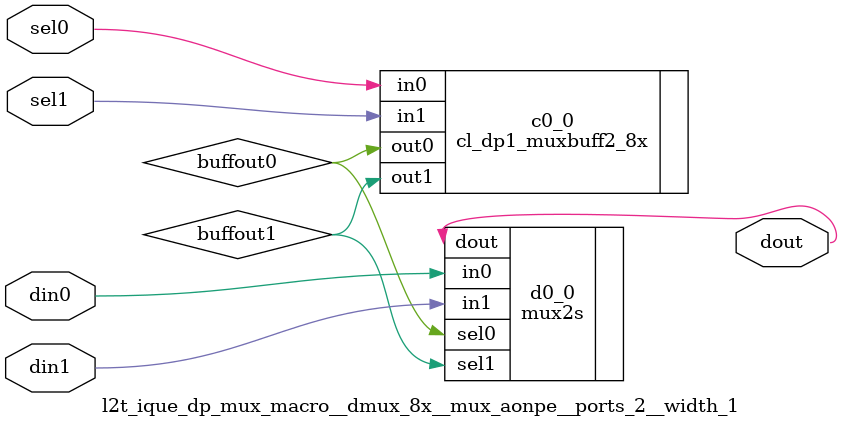
<source format=v>
`define ADDR_MAP_HI      39
`define ADDR_MAP_LO      32
`define IO_ADDR_BIT      39

`define DRAM_DATA_LO     8'h00
`define DRAM_DATA_HI     8'h7f

// IOP space
`define JBUS1            8'h80
`define HASH_TBL_NRAM_CSR 8'h81
`define RESERVED_1       8'h82
`define ENET_MAC_CSR     8'h83
`define ENET_ING_CSR     8'h84
`define ENET_EGR_CMD_CSR 8'h85
`define ENET_EGR_DP_CSR  8'h86
`define RESERVED_2_LO    8'h87
`define RESERVED_2_HI    8'h92
`define BSC_CSR          8'h93
`define RESERVED_3       8'h94
`define RAND_GEN_CSR     8'h95
`define CLOCK_UNIT_CSR   8'h96
`define DRAM_CSR         8'h97
`define IOB_MAN_CSR      8'h98
`define TAP_CSR          8'h99
`define RESERVED_4_L0    8'h9a
`define RESERVED_4_HI    8'h9d
`define CPU_ASI          8'h9e
`define IOB_INT_CSR      8'h9f

// L2 space
`define L2C_CSR_LO       8'ha0
`define L2C_CSR_HI       8'hbf

// More IOP space
`define JBUS2_LO         8'hc0
`define JBUS2_HI         8'hfe
`define SPI_CSR          8'hff


//Cache Crossbar Width and Field Defines
//======================================
`define	PCX_WIDTH	130  //PCX payload packet width , BS and SR 11/12/03 N2 Xbar Packet format change
`define	PCX_WIDTH_LESS1	129  //PCX payload packet width , BS and SR 11/12/03 N2 Xbar Packet format change
`define	CPX_WIDTH	146  //CPX payload packet width, BS and SR 11/12/03 N2 Xbar Packet format change
`define	CPX_WIDTH_LESS1	145  //CPX payload packet width, BS and SR 11/12/03 N2 Xbar Packet format change
`define	CPX_WIDTH11	134 
`define	CPX_WIDTH11c	134c
`define	CPX_WIDTHc	146c  //CPX payload packet width , BS and SR 11/12/03 N2 Xbar Packet format change

`define PCX_VLD         123  //PCX packet valid 
`define PCX_RQ_HI       122  //PCX request type field 
`define PCX_RQ_LO       118
`define PCX_NC          117  //PCX non-cacheable bit
`define PCX_R           117  //PCX read/!write bit 
`define PCX_CP_HI       116  //PCX cpu_id field
`define PCX_CP_LO       114
`define PCX_TH_HI       113  //PCX Thread field
`define PCX_TH_LO       112
`define PCX_BF_HI       111  //PCX buffer id field
`define PCX_INVALL      111
`define PCX_BF_LO       109
`define PCX_WY_HI       108  //PCX replaced L1 way field
`define PCX_WY_LO       107
`define PCX_P_HI        108  //PCX packet ID, 1st STQ - 10, 2nd - 01
`define PCX_P_LO        107
`define PCX_SZ_HI       106  //PCX load/store size field
`define PCX_SZ_LO       104
`define PCX_ERR_HI      106  //PCX error field
`define PCX_ERR_LO      104
`define PCX_AD_HI       103  //PCX address field
`define PCX_AD_LO        64
`define PCX_DA_HI        63  //PCX Store data
`define PCX_DA_LO         0  

`define PCX_SZ_1B    3'b000  // encoding for 1B access
`define PCX_SZ_2B    3'b001  // encoding for 2B access
`define PCX_SZ_4B    3'b010  // encoding for 4B access
`define PCX_SZ_8B    3'b011  // encoding for 8B access
`define PCX_SZ_16B   3'b100  // encoding for 16B access

`define CPX_VLD         145  //CPX payload packet valid

`define CPX_RQ_HI       144  //CPX Request type
`define CPX_RQ_LO       141
`define CPX_L2MISS      140
`define CPX_ERR_HI      140  //CPX error field
`define CPX_ERR_LO      138
`define CPX_NC          137  //CPX non-cacheable
`define CPX_R           137  //CPX read/!write bit
`define CPX_TH_HI       136  //CPX thread ID field 
`define CPX_TH_LO       134

//bits 133:128 are shared by different fields
//for different packet types.

`define CPX_IN_HI       133  //CPX Interrupt source 
`define CPX_IN_LO       128  

`define CPX_WYVLD       133  //CPX replaced way valid
`define CPX_WY_HI       132  //CPX replaced I$/D$ way
`define CPX_WY_LO       131
`define CPX_BF_HI       130  //CPX buffer ID field - 3 bits
`define CPX_BF_LO       128

`define CPX_SI_HI       132  //L1 set ID - PA[10:6]- 5 bits
`define CPX_SI_LO       128  //used for invalidates

`define CPX_P_HI        131  //CPX packet ID, 1st STQ - 10, 2nd - 01 
`define CPX_P_LO        130

`define CPX_ASI         130  //CPX forward request to ASI
`define CPX_IF4B        130
`define CPX_IINV        124
`define CPX_DINV        123
`define CPX_INVPA5      122
`define CPX_INVPA4      121
`define CPX_CPUID_HI    120
`define CPX_CPUID_LO    118
`define CPX_INV_PA_HI   116
`define CPX_INV_PA_LO   112
`define CPX_INV_IDX_HI   117
`define CPX_INV_IDX_LO   112

`define CPX_DA_HI       127  //CPX data payload
`define CPX_DA_LO         0

`define	LOAD_RQ		5'b00000
`define MMU_RQ          5'b01000 // BS and SR 11/12/03 N2 Xbar Packet format change
`define	IMISS_RQ	5'b10000
`define	STORE_RQ	5'b00001
`define	CAS1_RQ		5'b00010
`define	CAS2_RQ		5'b00011
`define	SWAP_RQ		5'b00111 
`define	STRLOAD_RQ	5'b00100
`define	STRST_RQ	5'b00101
`define STQ_RQ          5'b00111
`define INT_RQ          5'b01001
`define FWD_RQ          5'b01101
`define FWD_RPY         5'b01110
`define RSVD_RQ         5'b11111

`define LOAD_RET        4'b0000
`define INV_RET         4'b0011
`define ST_ACK          4'b0100
`define AT_ACK          4'b0011
`define INT_RET         4'b0111
`define TEST_RET        4'b0101
`define FP_RET          4'b1000
`define IFILL_RET       4'b0001
`define	EVICT_REQ	4'b0011
//`define INVAL_ACK       4'b1000
`define INVAL_ACK       4'b0100
`define	ERR_RET		4'b1100
`define STRLOAD_RET     4'b0010
`define STRST_ACK       4'b0110
`define FWD_RQ_RET      4'b1010
`define FWD_RPY_RET     4'b1011
`define RSVD_RET        4'b1111

//End cache crossbar defines


// Number of COS supported by EECU 
`define EECU_COS_NUM  	  2


// 
// BSC bus sizes
// =============
//

// General
`define BSC_ADDRESS      40
`define MAX_XFER_LEN     7'b0
`define XFER_LEN_WIDTH   6

// CTags
`define BSC_CTAG_SZ      12
`define EICU_CTAG_PRE    5'b11101
`define EICU_CTAG_REM    7
`define EIPU_CTAG_PRE    3'b011
`define EIPU_CTAG_REM    9
`define EECU_CTAG_PRE    8'b11010000
`define EECU_CTAG_REM    4
`define EEPU_CTAG_PRE    6'b010000
`define EEPU_CTAG_REM    6
`define L2C_CTAG_PRE     2'b00
`define L2C_CTAG_REM     10
`define JBI_CTAG_PRE     2'b10
`define JBI_CTAG_REM     10
// reinstated temporarily
`define PCI_CTAG_PRE     7'b1101100
`define PCI_CTAG_REM     5


// CoS
`define EICU_COS         1'b0
`define EIPU_COS         1'b1
`define EECU_COS         1'b0
`define EEPU_COS         1'b1
`define PCI_COS          1'b0

// L2$ Bank
`define BSC_L2_BNK_HI    8
`define BSC_L2_BNK_LO    6

// L2$ Req
`define BSC_L2_REQ_SZ   62
`define BSC_L2_REQ	`BSC_L2_REQ_SZ	// used by rams in L2 code
`define BSC_L2_BUS      64
`define BSC_L2_CTAG_HI  61
`define BSC_L2_CTAG_LO  50
`define BSC_L2_ADD_HI   49
`define BSC_L2_ADD_LO   10
`define BSC_L2_LEN_HI    9
`define BSC_L2_LEN_LO    3
`define BSC_L2_ALLOC     2
`define BSC_L2_COS       1
`define BSC_L2_READ      0   

// L2$ Ack
`define L2_BSC_ACK_SZ   16
`define L2_BSC_BUS      64
`define L2_BSC_CBA_HI   14    // CBA - Critical Byte Address
`define L2_BSC_CBA_LO   13
`define L2_BSC_READ     12
`define L2_BSC_CTAG_HI  11
`define L2_BSC_CTAG_LO   0

// Enet Egress Command Unit
`define EECU_REQ_BUS    44
`define EECU_REQ_SZ     44
`define EECU_R_QID_HI   43
`define EECU_R_QID_LO   40
`define EECU_R_ADD_HI   39
`define EECU_R_ADD_LO    0

`define EECU_ACK_BUS    64
`define EECU_ACK_SZ      5
`define EECU_A_NACK      4
`define EECU_A_QID_HI    3
`define EECU_A_QID_LO    0


// Enet Egress Packet Unit
`define EEPU_REQ_BUS    55
`define EEPU_REQ_SZ     55
`define EEPU_R_TLEN_HI  54
`define EEPU_R_TLEN_LO  48
`define EEPU_R_SOF      47
`define EEPU_R_EOF      46
`define EEPU_R_PORT_HI  45
`define EEPU_R_PORT_LO  44
`define EEPU_R_QID_HI   43
`define EEPU_R_QID_LO   40
`define EEPU_R_ADD_HI   39
`define EEPU_R_ADD_LO    0

// This is cleaved in between Egress Datapath Ack's
`define EEPU_ACK_BUS     6
`define EEPU_ACK_SZ      6
`define EEPU_A_EOF       5
`define EEPU_A_NACK      4
`define EEPU_A_QID_HI    3
`define EEPU_A_QID_LO    0


// Enet Egress Datapath
`define EEDP_ACK_BUS   128
`define EEDP_ACK_SZ     28
`define EEDP_A_NACK     27
`define EEDP_A_QID_HI   26
`define EEDP_A_QID_LO   21
`define EEDP_A_SOF      20
`define EEDP_A_EOF      19
`define EEDP_A_LEN_HI   18
`define EEDP_A_LEN_LO   12
`define EEDP_A_TAG_HI   11
`define EEDP_A_TAG_LO    0
`define EEDP_A_PORT_HI   5
`define EEDP_A_PORT_LO   4
`define EEDP_A_PORT_WIDTH 2


// In-Order / Ordered Queue: EEPU
// Tag is: TLEN, SOF, EOF, QID = 15
`define EEPU_TAG_ARY     (7+1+1+6)
`define EEPU_ENTRIES     16
`define EEPU_E_IDX        4
`define EEPU_PORTS        4
`define EEPU_P_IDX        2

// Nack + Tag Info + CTag
`define IOQ_TAG_ARY      (1+`EEPU_TAG_ARY+12)
`define EEPU_TAG_LOC     (`EEPU_P_IDX+`EEPU_E_IDX)


// ENET Ingress Queue Management Req
`define EICU_REQ_BUS     64 
`define EICU_REQ_SZ      62
`define EICU_R_CTAG_HI   61
`define EICU_R_CTAG_LO   50
`define EICU_R_ADD_HI    49
`define EICU_R_ADD_LO    10
`define EICU_R_LEN_HI     9
`define EICU_R_LEN_LO     3
`define EICU_R_COS        1
`define EICU_R_READ       0   


// ENET Ingress Queue Management Ack
`define EICU_ACK_BUS     64
`define EICU_ACK_SZ      14
`define EICU_A_NACK      13
`define EICU_A_READ      12
`define EICU_A_CTAG_HI   11
`define EICU_A_CTAG_LO    0


// Enet Ingress Packet Unit
`define EIPU_REQ_BUS    128 
`define EIPU_REQ_SZ      59
`define EIPU_R_CTAG_HI   58
`define EIPU_R_CTAG_LO   50
`define EIPU_R_ADD_HI    49
`define EIPU_R_ADD_LO    10
`define EIPU_R_LEN_HI     9
`define EIPU_R_LEN_LO     3
`define EIPU_R_COS        1
`define EIPU_R_READ       0   


// ENET Ingress Packet Unit Ack
`define EIPU_ACK_BUS      10
`define EIPU_ACK_SZ       10
`define EIPU_A_NACK       9
`define EIPU_A_CTAG_HI    8
`define EIPU_A_CTAG_LO    0


// In-Order / Ordered Queue: PCI
// Tag is: CTAG
`define PCI_TAG_ARY     12
`define PCI_ENTRIES     16
`define PCI_E_IDX        4
`define PCI_PORTS        2

// PCI-X Request
`define PCI_REQ_BUS      64
`define PCI_REQ_SZ       62
`define PCI_R_CTAG_HI    61
`define PCI_R_CTAG_LO    50
`define PCI_R_ADD_HI     49
`define PCI_R_ADD_LO     10
`define PCI_R_LEN_HI      9
`define PCI_R_LEN_LO      3
`define PCI_R_COS         1
`define PCI_R_READ        0

// PCI_X Acknowledge
`define PCI_ACK_BUS      64
`define PCI_ACK_SZ       14
`define PCI_A_NACK       13
`define PCI_A_READ       12 
`define PCI_A_CTAG_HI    11
`define PCI_A_CTAG_LO     0


`define BSC_MAX_REQ_SZ   62


//
// BSC array sizes
//================
//
`define BSC_REQ_ARY_INDEX        6
`define BSC_REQ_ARY_DEPTH       64
`define BSC_REQ_ARY_WIDTH       62
`define BSC_REQ_NXT_WIDTH       12
`define BSC_ACK_ARY_INDEX        6
`define BSC_ACK_ARY_DEPTH       64
`define BSC_ACK_ARY_WIDTH       14
`define BSC_ACK_NXT_WIDTH       12
`define BSC_PAY_ARY_INDEX        6
`define BSC_PAY_ARY_DEPTH       64
`define BSC_PAY_ARY_WIDTH      256

// ECC syndrome bits per memory element
`define BSC_PAY_ECC             10
`define BSC_PAY_MEM_WIDTH       (`BSC_PAY_ECC+`BSC_PAY_ARY_WIDTH)


//
// BSC Port Definitions
// ====================
//
// Bits 7 to 4 of curr_port_id
`define BSC_PORT_NULL       4'h0
`define BSC_PORT_SC         4'h1
`define BSC_PORT_EICU       4'h2
`define BSC_PORT_EIPU       4'h3
`define BSC_PORT_EECU       4'h4
`define BSC_PORT_EEPU       4'h8
`define BSC_PORT_PCI        4'h9

// Number of ports of each type
`define BSC_PORT_SC_CNT     8

// Bits needed to represent above
`define BSC_PORT_SC_IDX     3

// How wide the linked list pointers are
// 60b for no payload (2CoS)
// 80b for payload (2CoS)

//`define BSC_OBJ_PTR   80
//`define BSC_HD1_HI    69
//`define BSC_HD1_LO    60
//`define BSC_TL1_HI    59
//`define BSC_TL1_LO    50
//`define BSC_CT1_HI    49
//`define BSC_CT1_LO    40
//`define BSC_HD0_HI    29
//`define BSC_HD0_LO    20
//`define BSC_TL0_HI    19
//`define BSC_TL0_LO    10
//`define BSC_CT0_HI     9
//`define BSC_CT0_LO     0

`define BSC_OBJP_PTR  48
`define BSC_PYP1_HI   47
`define BSC_PYP1_LO   42
`define BSC_HDP1_HI   41
`define BSC_HDP1_LO   36
`define BSC_TLP1_HI   35
`define BSC_TLP1_LO   30
`define BSC_CTP1_HI   29
`define BSC_CTP1_LO   24
`define BSC_PYP0_HI   23
`define BSC_PYP0_LO   18
`define BSC_HDP0_HI   17
`define BSC_HDP0_LO   12
`define BSC_TLP0_HI   11
`define BSC_TLP0_LO    6
`define BSC_CTP0_HI    5
`define BSC_CTP0_LO    0

`define BSC_PTR_WIDTH     192
`define BSC_PTR_REQ_HI    191
`define BSC_PTR_REQ_LO    144
`define BSC_PTR_REQP_HI   143
`define BSC_PTR_REQP_LO    96
`define BSC_PTR_ACK_HI     95
`define BSC_PTR_ACK_LO     48
`define BSC_PTR_ACKP_HI    47
`define BSC_PTR_ACKP_LO     0

`define BSC_PORT_SC_PTR    96       // R, R+P
`define BSC_PORT_EECU_PTR  48       // A+P
`define BSC_PORT_EICU_PTR  96       // A, A+P
`define BSC_PORT_EIPU_PTR  48       // A

// I2C STATES in DRAMctl
`define I2C_CMD_NOP   4'b0000
`define I2C_CMD_START 4'b0001
`define I2C_CMD_STOP  4'b0010
`define I2C_CMD_WRITE 4'b0100
`define I2C_CMD_READ  4'b1000


//
// IOB defines
// ===========
//
`define IOB_ADDR_WIDTH       40
`define IOB_LOCAL_ADDR_WIDTH 32

`define IOB_CPU_INDEX         3
`define IOB_CPU_WIDTH         8
`define IOB_THR_INDEX         2
`define IOB_THR_WIDTH         4
`define IOB_CPUTHR_INDEX      5
`define IOB_CPUTHR_WIDTH     32

`define IOB_MONDO_DATA_INDEX  5
`define IOB_MONDO_DATA_DEPTH 32
`define IOB_MONDO_DATA_WIDTH 64
`define IOB_MONDO_SRC_WIDTH   5
`define IOB_MONDO_BUSY        5

`define IOB_INT_TAB_INDEX     6
`define IOB_INT_TAB_DEPTH    64 

`define IOB_INT_STAT_WIDTH   32
`define IOB_INT_STAT_HI      31
`define IOB_INT_STAT_LO       0

`define IOB_INT_VEC_WIDTH     6
`define IOB_INT_VEC_HI        5
`define IOB_INT_VEC_LO        0

`define IOB_INT_CPU_WIDTH     5
`define IOB_INT_CPU_HI       12 
`define IOB_INT_CPU_LO        8

`define IOB_INT_MASK          2
`define IOB_INT_CLEAR         1
`define IOB_INT_PEND          0

`define IOB_DISP_TYPE_HI     17
`define IOB_DISP_TYPE_LO     16
`define IOB_DISP_THR_HI      12
`define IOB_DISP_THR_LO       8
`define IOB_DISP_VEC_HI       5
`define IOB_DISP_VEC_LO       0

`define IOB_JBI_RESET         1
`define IOB_ENET_RESET        0

`define IOB_RESET_STAT_WIDTH  3
`define IOB_RESET_STAT_HI     3
`define IOB_RESET_STAT_LO     1

`define IOB_SERNUM_WIDTH     64

`define IOB_FUSE_WIDTH       22

`define IOB_TMSTAT_THERM     63

`define IOB_POR_TT            6'b01  // power-on-reset trap type

`define IOB_CPU_BUF_INDEX     4

`define IOB_INT_BUF_INDEX     4  
`define IOB_INT_BUF_WIDTH   153  // interrupt table read result buffer width

`define IOB_IO_BUF_INDEX      4
`define IOB_IO_BUF_WIDTH    153  // io-2-cpu return buffer width

`define IOB_L2_VIS_BUF_INDEX  5
`define IOB_L2_VIS_BUF_WIDTH 48  // l2 visibility buffer width

`define IOB_INT_AVEC_WIDTH   16  // availibility vector width
`define IOB_ACK_AVEC_WIDTH   16  // availibility vector width 

// fixme - double check address mapping
// CREG in `IOB_INT_CSR space
`define IOB_DEV_ADDR_MASK    32'hfffffe07
`define IOB_CREG_INTSTAT     32'h00000000
`define IOB_CREG_MDATA0      32'h00000400
`define IOB_CREG_MDATA1      32'h00000500
`define IOB_CREG_MBUSY       32'h00000900
`define IOB_THR_ADDR_MASK    32'hffffff07
`define IOB_CREG_MDATA0_ALIAS 32'h00000600
`define IOB_CREG_MDATA1_ALIAS 32'h00000700
`define IOB_CREG_MBUSY_ALIAS  32'h00000b00

// CREG in `IOB_MAN_CSR space
`define IOB_CREG_INTMAN      32'h00000000
`define IOB_CREG_INTCTL      32'h00000400
`define IOB_CREG_INTVECDISP  32'h00000800
`define IOB_CREG_RESETSTAT   32'h00000810
`define IOB_CREG_SERNUM      32'h00000820
`define IOB_CREG_TMSTATCTRL  32'h00000828
`define IOB_CREG_COREAVAIL   32'h00000830
`define IOB_CREG_SSYSRESET   32'h00000838
`define IOB_CREG_FUSESTAT    32'h00000840
`define IOB_CREG_JINTV       32'h00000a00

`define IOB_CREG_DBG_L2VIS_CTRL    32'h00001800 
`define IOB_CREG_DBG_L2VIS_MASKA   32'h00001820 
`define IOB_CREG_DBG_L2VIS_MASKB   32'h00001828 
`define IOB_CREG_DBG_L2VIS_CMPA    32'h00001830
`define IOB_CREG_DBG_L2VIS_CMPB    32'h00001838
`define IOB_CREG_DBG_L2VIS_TRIG    32'h00001840
`define IOB_CREG_DBG_IOBVIS_CTRL   32'h00001000
`define IOB_CREG_DBG_ENET_CTRL     32'h00002000
`define IOB_CREG_DBG_ENET_IDLEVAL  32'h00002008
`define IOB_CREG_DBG_JBUS_CTRL     32'h00002100
`define IOB_CREG_DBG_JBUS_LO_MASK0 32'h00002140
`define IOB_CREG_DBG_JBUS_LO_MASK1 32'h00002160
`define IOB_CREG_DBG_JBUS_LO_CMP0  32'h00002148
`define IOB_CREG_DBG_JBUS_LO_CMP1  32'h00002168
`define IOB_CREG_DBG_JBUS_LO_CNT0  32'h00002150
`define IOB_CREG_DBG_JBUS_LO_CNT1  32'h00002170
`define IOB_CREG_DBG_JBUS_HI_MASK0 32'h00002180
`define IOB_CREG_DBG_JBUS_HI_MASK1 32'h000021a0
`define IOB_CREG_DBG_JBUS_HI_CMP0  32'h00002188
`define IOB_CREG_DBG_JBUS_HI_CMP1  32'h000021a8
`define IOB_CREG_DBG_JBUS_HI_CNT0  32'h00002190
`define IOB_CREG_DBG_JBUS_HI_CNT1  32'h000021b0

`define IOB_CREG_TESTSTUB    32'h80000000

// Address map for TAP access of SPARC ASI
`define IOB_ASI_PC            4'b0000
`define IOB_ASI_BIST          4'b0001
`define IOB_ASI_MARGIN        4'b0010
`define IOB_ASI_DEFEATURE     4'b0011
`define IOB_ASI_L1DD          4'b0100
`define IOB_ASI_L1ID          4'b0101
`define IOB_ASI_L1DT          4'b0110

`define IOB_INT               2'b00
`define IOB_RESET             2'b01
`define IOB_IDLE              2'b10
`define IOB_RESUME            2'b11

//
// CIOP UCB Bus Width
// ==================
//
`define IOB_EECU_WIDTH       16  // ethernet egress command
`define EECU_IOB_WIDTH       16

`define IOB_NRAM_WIDTH       16  // NRAM (RLDRAM previously)
`define NRAM_IOB_WIDTH        4

`define IOB_JBI_WIDTH        16  // JBI
`define JBI_IOB_WIDTH        16 

`define IOB_ENET_ING_WIDTH   32  // ethernet ingress
`define ENET_ING_IOB_WIDTH    8

`define IOB_ENET_EGR_WIDTH    4  // ethernet egress
`define ENET_EGR_IOB_WIDTH    4

`define IOB_ENET_MAC_WIDTH    4  // ethernet MAC
`define ENET_MAC_IOB_WIDTH    4

`define IOB_DRAM_WIDTH        4  // DRAM controller
`define DRAM_IOB_WIDTH        4

`define IOB_BSC_WIDTH         4  // BSC
`define BSC_IOB_WIDTH         4

`define IOB_SPI_WIDTH         4  // SPI (Boot ROM)
`define SPI_IOB_WIDTH         4

`define IOB_CLK_WIDTH         4  // clk unit
`define CLK_IOB_WIDTH         4

`define IOB_CLSP_WIDTH        4  // clk spine unit
`define CLSP_IOB_WIDTH        4

`define IOB_TAP_WIDTH         8  // TAP
`define TAP_IOB_WIDTH         8


//
// CIOP UCB Buf ID Type
// ====================
//
`define UCB_BID_CMP          2'b00
`define UCB_BID_TAP          2'b01

//
// Interrupt Device ID
// ===================
//
// Caution: DUMMY_DEV_ID has to be 9 bit wide
//          for fields to line up properly in the IOB.
`define DUMMY_DEV_ID         9'h10   // 16
`define UNCOR_ECC_DEV_ID     7'd17   // 17

//
// Soft Error related definitions 
// ==============================
//
`define COR_ECC_CNT_WIDTH   16


//
// CMP clock
// =========
//

`define CMP_CLK_PERIOD   1333


//
// NRAM/IO Interface
// =================
//

`define DRAM_CLK_PERIOD  6000

`define NRAM_IO_DQ_WIDTH   32
`define IO_NRAM_DQ_WIDTH   32

`define NRAM_IO_ADDR_WIDTH 15
`define NRAM_IO_BA_WIDTH    2


//
// NRAM/ENET Interface
// ===================
//

`define NRAM_ENET_DATA_WIDTH 64
`define ENET_NRAM_ADDR_WIDTH 20

`define NRAM_DBG_DATA_WIDTH  40


//
// IO/FCRAM Interface
// ==================
//

`define FCRAM_DATA1_HI       63
`define FCRAM_DATA1_LO       32
`define FCRAM_DATA0_HI       31
`define FCRAM_DATA0_LO        0

//
// PCI Interface
// ==================
// Load/store size encodings
// -------------------------
// Size encoding
// 000 - byte
// 001 - half-word
// 010 - word
// 011 - double-word
// 100 - quad
`define LDST_SZ_BYTE        3'b000
`define LDST_SZ_HALF_WORD   3'b001
`define LDST_SZ_WORD        3'b010
`define LDST_SZ_DOUBLE_WORD 3'b011
`define LDST_SZ_QUAD        3'b100

//
// JBI<->SCTAG Interface
// =======================
// Outbound Header Format
`define JBI_BTU_OUT_ADDR_LO      0
`define JBI_BTU_OUT_ADDR_HI     42
`define JBI_BTU_OUT_RSV0_LO     43
`define JBI_BTU_OUT_RSV0_HI     43
`define JBI_BTU_OUT_TYPE_LO     44
`define JBI_BTU_OUT_TYPE_HI     48
`define JBI_BTU_OUT_RSV1_LO     49
`define JBI_BTU_OUT_RSV1_HI     51
`define JBI_BTU_OUT_REPLACE_LO  52
`define JBI_BTU_OUT_REPLACE_HI  56
`define JBI_BTU_OUT_RSV2_LO     57
`define JBI_BTU_OUT_RSV2_HI     59
`define JBI_BTU_OUT_BTU_ID_LO   60
`define JBI_BTU_OUT_BTU_ID_HI   71
`define JBI_BTU_OUT_DATA_RTN    72
`define JBI_BTU_OUT_RSV3_LO     73
`define JBI_BTU_OUT_RSV3_HI     75
`define JBI_BTU_OUT_CE          76
`define JBI_BTU_OUT_RSV4_LO     77
`define JBI_BTU_OUT_RSV4_HI     79
`define JBI_BTU_OUT_UE          80
`define JBI_BTU_OUT_RSV5_LO     81
`define JBI_BTU_OUT_RSV5_HI     83
`define JBI_BTU_OUT_DRAM        84
`define JBI_BTU_OUT_RSV6_LO     85
`define JBI_BTU_OUT_RSV6_HI    127

// Inbound Header Format
`define JBI_SCTAG_IN_ADDR_LO   0
`define JBI_SCTAG_IN_ADDR_HI  39
`define JBI_SCTAG_IN_SZ_LO    40
`define JBI_SCTAG_IN_SZ_HI    42
`define JBI_SCTAG_IN_RSV0     43
`define JBI_SCTAG_IN_TAG_LO   44
`define JBI_SCTAG_IN_TAG_HI   55
`define JBI_SCTAG_IN_REQ_LO   56
`define JBI_SCTAG_IN_REQ_HI   58
`define JBI_SCTAG_IN_POISON   59
`define JBI_SCTAG_IN_RSV1_LO  60
`define JBI_SCTAG_IN_RSV1_HI  63

`define JBI_SCTAG_REQ_WRI   3'b100
`define JBI_SCTAG_REQ_WR8   3'b010
`define JBI_SCTAG_REQ_RDD   3'b001
`define JBI_SCTAG_REQ_WRI_BIT 2
`define JBI_SCTAG_REQ_WR8_BIT 1
`define JBI_SCTAG_REQ_RDD_BIT 0

//
// JBI->IOB Mondo Header Format
// ============================
//
`define JBI_IOB_MONDO_RSV1_HI       15 // reserved 1
`define JBI_IOB_MONDO_RSV1_LO       13
`define JBI_IOB_MONDO_TRG_HI        12 // interrupt target
`define JBI_IOB_MONDO_TRG_LO         8 
`define JBI_IOB_MONDO_RSV0_HI        7 // reserved 0
`define JBI_IOB_MONDO_RSV0_LO        5
`define JBI_IOB_MONDO_SRC_HI         4 // interrupt source
`define JBI_IOB_MONDO_SRC_LO         0

`define JBI_IOB_MONDO_RSV1_WIDTH     3 
`define JBI_IOB_MONDO_TRG_WIDTH      5
`define JBI_IOB_MONDO_RSV0_WIDTH     3 
`define JBI_IOB_MONDO_SRC_WIDTH      5

// JBI->IOB Mondo Bus Width/Cycle
// ==============================
// Cycle  1 Header[15:8]
// Cycle  2 Header[ 7:0]
// Cycle  3 J_AD[127:120]
// Cycle  4 J_AD[119:112]
// .....
// Cycle 18 J_AD[  7:  0]
`define JBI_IOB_MONDO_BUS_WIDTH      8
`define JBI_IOB_MONDO_BUS_CYCLE     18 // 2 header + 16 data



module l2t_ique_dp (
  tcu_pce_ov, 
  tcu_aclk, 
  tcu_bclk, 
  tcu_scan_en, 
  tcu_clk_stop, 
  tcu_muxtest, 
  tcu_dectest, 
  l2clk, 
  scan_in, 
  pcx_l2t_data_px2, 
  iqu_pcx_l2t_atm_px2_p, 
  iq_array_rd_data_c1, 
  iqu_sel_pcx, 
  iqu_sel_c1, 
  iqu_hold_rd_n, 
  iqu_sel_c1reg_over_iqarray, 
  l2t_mb2_wdata, 
  mbdata_cmp_sel, 
  iq_array_rd_en, 
  scan_out, 
  ique_iq_arbdp_data_px2, 
  ique_iq_arbdp_addr_px2, 
  ique_iq_arbdp_inst_px2, 
  ique_iq_arb_atm_px2, 
  ique_iq_arb_csr_px2, 
  ique_iq_arb_st_px2, 
  ique_iq_arb_vbit_px2, 
  ique_pcx_l2t_data_103_px2, 
  pcx_l2t_data_px2_fnl, 
  ique_arb_pf_ice_px2, 
  iqu_fail_reg);
wire stop;
wire pce_ov;
wire siclk;
wire soclk;
wire se;
wire muxtst;
wire test;
wire ff_pcx_l2t_data_c1_1_fnl_scanin;
wire ff_pcx_l2t_data_c1_1_fnl_scanout;
wire ff_pcx_l2t_data_c1_2_fnl_scanin;
wire ff_pcx_l2t_data_c1_2_fnl_scanout;
wire ique_pf_ice_px2;
wire pcx_l2t_data_103_px2_fnl;
wire ff_pcx_l2t_data_c1_1_scanin;
wire ff_pcx_l2t_data_c1_1_scanout;
wire ff_pcx_l2t_data_c1_2_scanin;
wire ff_pcx_l2t_data_c1_2_scanout;
wire iqu_fail;
wire iq_array_rd_en_r2_n;
wire iq_array_rd_en_r2;
wire iqu_sel_c1reg_over_iqarray_n;
wire [4:0] unused;
wire ff_iq_array_rd_data_c2_1_scanin;
wire ff_iq_array_rd_data_c2_1_scanout;
wire ff_iq_array_rd_data_c2_2_scanin;
wire ff_iq_array_rd_data_c2_2_scanout;
wire iqu_sel_c1_n;
wire iqu_sel_pcx_n;
wire csr_eq1_out;
wire inst_99_is_1;
wire store_check1_out;
wire store_check2_out;
wire bit_123_n;
wire store_eqn_2;
wire [31:0] iqu_rd_data;
wire ff_l2t_mb2_wdata_scanin;
wire ff_l2t_mb2_wdata_scanout;
wire [31:0] iqu_rd_data_reg;
wire [7:0] l2t_mb2_wdata_r2;
wire [7:0] l2t_mb2_wdata_r1;
wire iq_array_rd_en_r1;
wire iqu_fail_raw;
 
 
 input tcu_pce_ov;
 input tcu_aclk;
 input tcu_bclk;
 input tcu_scan_en;
 input tcu_clk_stop;
 input tcu_muxtest;
 input tcu_dectest;
 
input           l2clk; 
input scan_in; 
input  [129:0]  pcx_l2t_data_px2;  // BS and SR 11/12/03 N2 Xbar Packet format change 
input           iqu_pcx_l2t_atm_px2_p; 
input  [130:0]  iq_array_rd_data_c1; // BS and SR 11/12/03 N2 Xbar Packet format change 
input           iqu_sel_pcx; 
input           iqu_sel_c1; 
input           iqu_hold_rd_n; 
input           iqu_sel_c1reg_over_iqarray; 
input  [7:0]    l2t_mb2_wdata; 
input	[3:0]	mbdata_cmp_sel;
input		iq_array_rd_en;
 
output 		scan_out; 
output [63:0]   ique_iq_arbdp_data_px2; 
output [39:0]   ique_iq_arbdp_addr_px2; 
output [24:0]   ique_iq_arbdp_inst_px2; // BS and SR 11/12/03 N2 Xbar Packet format change 
output          ique_iq_arb_atm_px2; 
output          ique_iq_arb_csr_px2; 
output          ique_iq_arb_st_px2; 
output		ique_iq_arb_vbit_px2; 
output          ique_pcx_l2t_data_103_px2; 
output  [129:0]  pcx_l2t_data_px2_fnl;  // 

//output		ique_pf_ice_px2;
output		ique_arb_pf_ice_px2;
output		iqu_fail_reg;

assign stop = tcu_clk_stop;
assign pce_ov = tcu_pce_ov;
assign siclk = tcu_aclk;
assign soclk = tcu_bclk;
assign se = tcu_scan_en;
assign muxtst = tcu_muxtest;
assign test = tcu_dectest;


//assign scan_out = 1'b0;

wire   [130:0]  pcx_l2t_data_c1; // BS and SR 11/12/03 N2 Xbar Packet format change 
wire   [130:0]  tmp_iq_array_rd_data_c1; // BS and SR 11/12/03 N2 Xbar Packet format change 
wire   [130:0]  iq_array_rd_data_c2; // BS and SR 11/12/03 N2 Xbar Packet format change 
wire   [130:0]  mux_c1c2_rd_data;  // BS and SR 11/12/03 N2 Xbar Packet format change 
wire   [130:0]  inst; // BS and SR 11/12/03 N2 Xbar Packet format change 

// BS 06/24/04 : Support for Prefetch ICE
// In case PF and INV bits in pcx packet are both 1's , it is a Prefetch ICE packet.
// Have to force PA[39] or bit 103 of pcx packet to 1 in that case.
// PA[38:37] will be forced to 2'b11 by software itself. So overall PA[39:37] will be
// all 1's and Prefetch ICE will always miss in L2 tags irrespective of 8/4/2 bank
// mode of operation of N2. 
// PA[39:37] being all 1's means it wont be decoded as a CSR access also by L2.
// L2 decodes csr accesses only for PA[39:37] = 3'b101

//assign ique_pf_ice_px2 = (ique_iq_arbdp_inst_px2[24:20] == `LOAD_RQ) & 
//			ique_iq_arbdp_inst_px2[12] & ique_iq_arbdp_inst_px2[11]  ;


l2t_ique_dp_msff_macro__stack_66c__width_66 ff_pcx_l2t_data_c1_1_fnl 
	(
	.scan_in(ff_pcx_l2t_data_c1_1_fnl_scanin),
	.scan_out(ff_pcx_l2t_data_c1_1_fnl_scanout),
	.dout	({pcx_l2t_data_px2_fnl[65:0]}), 
        .din	({pcx_l2t_data_px2[65:0]}), 
        .clk	(l2clk), 
        .en	(1'b1),
  .se(se),
  .siclk(siclk),
  .soclk(soclk),
  .pce_ov(pce_ov),
  .stop(stop) 
        ); 

l2t_ique_dp_msff_macro__stack_66c__width_64 ff_pcx_l2t_data_c1_2_fnl  
         (
	.scan_in(ff_pcx_l2t_data_c1_2_fnl_scanin),
	.scan_out(ff_pcx_l2t_data_c1_2_fnl_scanout),
	.dout	(pcx_l2t_data_px2_fnl[129:66]),
	.din	(pcx_l2t_data_px2[129:66]),
         .clk    (l2clk),
         .en     (1'b1),
  .se(se),
  .siclk(siclk),
  .soclk(soclk),
  .pce_ov(pce_ov),
  .stop(stop)
         ); 


l2t_ique_dp_cmp_macro__dcmp_8x__width_8 cmp_ique_pf_ice_px2 
	(
	.dout	(ique_pf_ice_px2),
	.din0	({pcx_l2t_data_px2_fnl[128:124],pcx_l2t_data_px2_fnl[116:115],1'b0}),
	.din1	(8'b00000110)
	);

l2t_ique_dp_or_macro__ports_2__width_1 or_pa39_prf_ice 
        (
        .dout   (pcx_l2t_data_103_px2_fnl),
        .din0   (pcx_l2t_data_px2_fnl[103]),
        .din1   (ique_pf_ice_px2)
        );


l2t_ique_dp_buff_macro__dbuff_16x__width_1 buff_ique_pcx_l2t_data_103_px2 
	(
	.dout	( ique_pcx_l2t_data_103_px2 ),
	.din	( pcx_l2t_data_103_px2_fnl)
	);

l2t_ique_dp_msff_macro__stack_66c__width_66 ff_pcx_l2t_data_c1_1 
	(
	.scan_in(ff_pcx_l2t_data_c1_1_scanin),
	.scan_out(ff_pcx_l2t_data_c1_1_scanout),
	.dout	({pcx_l2t_data_c1[65:0]}), 
        .din	({pcx_l2t_data_px2_fnl[65:0]}), 
        .clk	(l2clk), 
        .en	(1'b1),
  .se(se),
  .siclk(siclk),
  .soclk(soclk),
  .pce_ov(pce_ov),
  .stop(stop) 
        ); 

l2t_ique_dp_msff_macro__stack_66c__width_66 ff_pcx_l2t_data_c1_2  
         (
	.scan_in(ff_pcx_l2t_data_c1_2_scanin),
	.scan_out(ff_pcx_l2t_data_c1_2_scanout),
	.dout	({iqu_fail_reg,pcx_l2t_data_c1[130:66]}),
	.din	({iqu_fail,iqu_pcx_l2t_atm_px2_p,pcx_l2t_data_px2_fnl[129:128],
		pcx_l2t_data_px2_fnl[127:104],pcx_l2t_data_103_px2_fnl,pcx_l2t_data_px2_fnl[102:66]}),
         .clk    (l2clk),
         .en     (1'b1),
  .se(se),
  .siclk(siclk),
  .soclk(soclk),
  .pce_ov(pce_ov),
  .stop(stop)
         ); 


l2t_ique_dp_inv_macro__dinv_16x__width_1 iqu_hold_rd_invert 
        (
        .dout   (iq_array_rd_en_r2_n),
        .din    (iq_array_rd_en_r2)
        );


l2t_ique_dp_inv_macro__dinv_16x__width_1 mux_iq_array_rd_data_c1_sel_invert  
        (
        .dout   (iqu_sel_c1reg_over_iqarray_n), 
        .din    (iqu_sel_c1reg_over_iqarray )  
        );
 
l2t_ique_dp_mux_macro__dmux_8x__mux_aonpe__ports_2__stack_66c__width_66 mux_iq_array_rd_data_c1_1 
        (
	.dout 	(tmp_iq_array_rd_data_c1[65:0]), 
        .din0  	(iq_array_rd_data_c1[65:0]),  
        .din1  	(pcx_l2t_data_c1[65:0]),    
	.sel0 	(iqu_sel_c1reg_over_iqarray_n), 
	.sel1 	(iqu_sel_c1reg_over_iqarray) 
        ); 

l2t_ique_dp_mux_macro__dmux_8x__mux_aonpe__ports_2__stack_66c__width_66 mux_iq_array_rd_data_c1_2  // BS and SR 11/12/03 N2 Xbar Packet format change
        (
        .dout   ({unused[0],tmp_iq_array_rd_data_c1[130:66]}),
        .din0   ({1'b0,iq_array_rd_data_c1[130:66]}),
        .din1   ({1'b0,pcx_l2t_data_c1[130:66]}),
        .sel0   (iqu_sel_c1reg_over_iqarray_n),
        .sel1   (iqu_sel_c1reg_over_iqarray)
        ) ;


l2t_ique_dp_msff_macro__stack_66c__width_66 ff_iq_array_rd_data_c2_1 
        (
	.scan_in(ff_iq_array_rd_data_c2_1_scanin),
	.scan_out(ff_iq_array_rd_data_c2_1_scanout),
	.dout	(iq_array_rd_data_c2[65:0]), 
	.din	(tmp_iq_array_rd_data_c1[65:0]), 
        .clk	(l2clk), 
        .en	(iqu_hold_rd_n),
  .se(se),
  .siclk(siclk),
  .soclk(soclk),
  .pce_ov(pce_ov),
  .stop(stop)
        ) ; 

l2t_ique_dp_msff_macro__stack_66c__width_66 ff_iq_array_rd_data_c2_2  
        (
        .scan_in(ff_iq_array_rd_data_c2_2_scanin),
        .scan_out(ff_iq_array_rd_data_c2_2_scanout),
        .dout   ({unused[1],iq_array_rd_data_c2[130:66]}),
        .din    ({1'b0,tmp_iq_array_rd_data_c1[130:66]}),
        .clk    (l2clk),
        .en     (iqu_hold_rd_n),
  .se(se),
  .siclk(siclk),
  .soclk(soclk),
  .pce_ov(pce_ov),
  .stop(stop)
        );


l2t_ique_dp_inv_macro__dinv_16x__width_1 u_mux_c1c2_rd_data_sel_invert  
	( 
	.dout	(iqu_sel_c1_n), 
	.din	(iqu_sel_c1 ) 
	);
 
l2t_ique_dp_mux_macro__dmux_8x__mux_aonpe__ports_2__stack_66c__width_66 u_mux_c1c2_rd_data_1 
        (
	.dout 	(mux_c1c2_rd_data[65:0]), 
        .din0  	(pcx_l2t_data_c1[65:0]),     
        .din1  	(iq_array_rd_data_c2[65:0]),   
	.sel0 	(iqu_sel_c1), 
	.sel1 	(iqu_sel_c1_n) 
        ) ; 

l2t_ique_dp_mux_macro__dmux_8x__mux_aonpe__ports_2__stack_66c__width_66 u_mux_c1c2_rd_data_2  // BS and SR 11/12/03 N2 Xbar Packet format change
                (
                .dout   ({unused[2],mux_c1c2_rd_data[130:66]}),
                .din0   ({1'b0,pcx_l2t_data_c1[130:66]}),    
                .din1   ({1'b0,iq_array_rd_data_c2[130:66]}),  
                .sel0   (iqu_sel_c1),
                .sel1   (iqu_sel_c1_n)
                ) ;

l2t_ique_dp_inv_macro__width_1 mux_inst_sel_invert  
        (
        .dout   (iqu_sel_pcx_n),
        .din    (iqu_sel_pcx )
        );


l2t_ique_dp_mux_macro__dmux_8x__mux_aonpe__ports_2__stack_66c__width_66 mux_inst_1 
	(
	.dout 	(inst[65:0]), 
	.din0  	(pcx_l2t_data_px2_fnl[65:0]),  
	.din1  	(mux_c1c2_rd_data[65:0]),      
	.sel0 	(iqu_sel_pcx),
	.sel1 	(iqu_sel_pcx_n)
       	); 
 
l2t_ique_dp_mux_macro__dmux_32x__mux_pgpe__ports_2__stack_66c__width_66 mux_inst_2  
       (
       .dout 	({unused[3],inst[130:66]}),
       .din0  	({1'b0,iqu_pcx_l2t_atm_px2_p,pcx_l2t_data_px2_fnl[129:104],
		  pcx_l2t_data_103_px2_fnl,pcx_l2t_data_px2_fnl[102:66]}),
       .din1  	({1'b0,mux_c1c2_rd_data[130:66]}),
       .sel0 	(iqu_sel_pcx)
       ) ;

l2t_ique_dp_cmp_macro__dcmp_8x__width_8 cmp_ique_pf_ice_fnl 
	(
	.dout	(ique_arb_pf_ice_px2),
	.din0	({inst[128:124],inst[116:115],1'b0}),
	.din1	(8'b00000110)
	);

 
//assign ique_iq_arbdp_data_px2  = inst[63:0] ; 
//assign ique_iq_arbdp_addr_px2  = inst[103:64] ; 
//assign ique_iq_arbdp_inst_px2  = inst[128:104] ; // BS and SR 11/12/03 N2 Xbar Packet format change 
//assign ique_iq_arb_vbit_px2 = inst[129]; // BS and SR 11/12/03 N2 Xbar Packet format change 
//assign ique_iq_arb_atm_px2  = inst[130] ;  // BS and SR 11/12/03 N2 Xbar Packet format change
//assign ique_iq_arb_csr_px2  = (inst[103:101] == 5'b101) & (inst[99] == 1'b1) ; 
// BS and SR 11/12/03 N2 Xbar Packet format change :
//assign ique_iq_arb_st_px2   = ( (inst[128:124] == 5'b00001)  |	// Store 
//				(( inst[128:124] == 5'b01101)  & 
//				   ~inst[123]) )  ;		// FWD_REQ with 
//								// R/Wbar == 0 
//

l2t_ique_dp_buff_macro__dbuff_32x__stack_66c__width_66 ique_arbdp_slice0 
        (
        .dout   ({ique_iq_arbdp_addr_px2[1:0],ique_iq_arbdp_data_px2[63:0]}),
        .din    (inst[65:0])
        );

//
//buff_macro ique_arbdp_slice1 (width=66,stack=66c,dbuff=32x)
//        (
//        .dout   ({unused_6,ique_iq_arb_atm_px2,ique_iq_arb_vbit_px2,
//		  ique_iq_arbdp_inst_px2[24:0],ique_iq_arbdp_addr_px2[39:2]}),
//        .din    ({1'b0,inst[130:66]})
//        );


assign {unused[4],ique_iq_arb_atm_px2,ique_iq_arb_vbit_px2,
                ique_iq_arbdp_inst_px2[24:0],ique_iq_arbdp_addr_px2[39:2]} = {1'b0,inst[130:66]};


l2t_ique_dp_cmp_macro__dcmp_8x__width_8 csr_check_eq1  
	( 
	.din0	({3'b0,5'b101}), 
	.din1	({5'b0,inst[103:101]}), 
	.dout	(csr_eq1_out) 
	); 

l2t_ique_dp_and_macro__width_1 inst_99_1  
	(
	.dout	(inst_99_is_1),
	.din0	(inst[99]),
	.din1	(1'b1)
	);

l2t_ique_dp_and_macro__width_1 csr_inst_decode  
        (
        .dout   (ique_iq_arb_csr_px2),
        .din0   (inst_99_is_1),
        .din1   (csr_eq1_out)
        );

l2t_ique_dp_cmp_macro__dcmp_8x__width_8 store_check_1 
        (
        .din0   ({3'b0,5'b00001}),
        .din1   ({3'b0,inst[128:124]}), //  BS and SR 11/12/03 N2 Xbar Packet format change
        .dout   (store_check1_out)
        );

l2t_ique_dp_cmp_macro__dcmp_8x__width_8 store_check_2 
        (
        .din0   ({3'b0,5'b01101}),
        .din1   ({3'b0,inst[128:124]}), //  BS and SR 11/12/03 N2 Xbar Packet format change
        .dout   (store_check2_out)
        ); 

l2t_ique_dp_inv_macro__dinv_16x__width_1 invert_bit_inst_123  //  BS and SR 11/12/03 N2 Xbar Packet format change 
	( 
	.dout	(bit_123_n), 
	.din	(inst[123] ) 
	);

l2t_ique_dp_and_macro__width_1 store_2_slice  (
	.dout	(store_eqn_2),
	.din0	(bit_123_n), //  BS and SR 11/12/03 N2 Xbar Packet format change
	.din1	(store_check2_out)
	);

l2t_ique_dp_or_macro__width_1 store2_slice  (
        .dout   (ique_iq_arb_st_px2),
        .din0   (store_eqn_2),
        .din1   (store_check1_out)
        );

///////  MBIST //////


l2t_ique_dp_mux_macro__dmux_16x__mux_pgpe__ports_4__width_32 mux_iq_array_rd_data_c1  // ATPG Clean up
	(
	.dout	(iqu_rd_data[31:0]),	
	.din0	(iq_array_rd_data_c1[31:0]),
	.din1	(iq_array_rd_data_c1[63:32]),
	.din2	(iq_array_rd_data_c1[95:64]),
	.din3	(iq_array_rd_data_c1[127:96]),
	.sel0   (mbdata_cmp_sel[0]),
        .sel1   (mbdata_cmp_sel[1]),
        .sel2   (mbdata_cmp_sel[2]),
  .muxtst(muxtst),
  .test(test)
        );

l2t_ique_dp_msff_macro__dmsff_32x__stack_66c__width_50 ff_l2t_mb2_wdata 
	(
	.scan_in(ff_l2t_mb2_wdata_scanin),
	.scan_out(ff_l2t_mb2_wdata_scanout),
	.dout	({iqu_rd_data_reg[31:0],
		  l2t_mb2_wdata_r2[7:0],
		  l2t_mb2_wdata_r1[7:0],
		  iq_array_rd_en_r1,
		  iq_array_rd_en_r2}),
	.din	({iqu_rd_data[31:0],
		  l2t_mb2_wdata_r1[7:0],
		  l2t_mb2_wdata[7:0],
		  iq_array_rd_en,
		  iq_array_rd_en_r1}),
	.clk	(l2clk),
	.en 	(1'b1),
  .se(se),
  .siclk(siclk),
  .soclk(soclk),
  .pce_ov(pce_ov),
  .stop(stop)
	);

l2t_ique_dp_cmp_macro__dcmp_8x__width_32 cmp_iqu_data        
	(
        .dout   (iqu_fail_raw),
        .din0   ({4{l2t_mb2_wdata_r2[7:0]}}),
        .din1   (iqu_rd_data_reg[31:0])
        );

l2t_ique_dp_mux_macro__dmux_8x__mux_aonpe__ports_2__width_1 mux_iqu_fail 
        (
        .dout   (iqu_fail),
        .din0   (iqu_fail_raw),
        .din1   (1'b1),
        .sel0   (iq_array_rd_en_r2),
        .sel1   (iq_array_rd_en_r2_n)
        );




// fixscan start:
assign ff_pcx_l2t_data_c1_1_fnl_scanin = scan_in                  ;
assign ff_pcx_l2t_data_c1_2_fnl_scanin = ff_pcx_l2t_data_c1_1_fnl_scanout;
assign ff_pcx_l2t_data_c1_1_scanin = ff_pcx_l2t_data_c1_2_fnl_scanout;
assign ff_pcx_l2t_data_c1_2_scanin = ff_pcx_l2t_data_c1_1_scanout;
assign ff_iq_array_rd_data_c2_1_scanin = ff_pcx_l2t_data_c1_2_scanout;
assign ff_iq_array_rd_data_c2_2_scanin = ff_iq_array_rd_data_c2_1_scanout;
assign ff_l2t_mb2_wdata_scanin   = ff_iq_array_rd_data_c2_2_scanout;
assign scan_out                  = ff_l2t_mb2_wdata_scanout ;
// fixscan end:
endmodule 






// any PARAMS parms go into naming of macro

module l2t_ique_dp_msff_macro__stack_66c__width_66 (
  din, 
  clk, 
  en, 
  se, 
  scan_in, 
  siclk, 
  soclk, 
  pce_ov, 
  stop, 
  dout, 
  scan_out);
wire l1clk;
wire siclk_out;
wire soclk_out;
wire [64:0] so;

  input [65:0] din;


  input clk;
  input en;
  input se;
  input scan_in;
  input siclk;
  input soclk;
  input pce_ov;
  input stop;



  output [65:0] dout;


  output scan_out;




cl_dp1_l1hdr_8x c0_0 (
.l2clk(clk),
.pce(en),
.aclk(siclk),
.bclk(soclk),
.l1clk(l1clk),
  .se(se),
  .pce_ov(pce_ov),
  .stop(stop),
  .siclk_out(siclk_out),
  .soclk_out(soclk_out)
);
dff #(66)  d0_0 (
.l1clk(l1clk),
.siclk(siclk_out),
.soclk(soclk_out),
.d(din[65:0]),
.si({scan_in,so[64:0]}),
.so({so[64:0],scan_out}),
.q(dout[65:0])
);




















endmodule













// any PARAMS parms go into naming of macro

module l2t_ique_dp_msff_macro__stack_66c__width_64 (
  din, 
  clk, 
  en, 
  se, 
  scan_in, 
  siclk, 
  soclk, 
  pce_ov, 
  stop, 
  dout, 
  scan_out);
wire l1clk;
wire siclk_out;
wire soclk_out;
wire [62:0] so;

  input [63:0] din;


  input clk;
  input en;
  input se;
  input scan_in;
  input siclk;
  input soclk;
  input pce_ov;
  input stop;



  output [63:0] dout;


  output scan_out;




cl_dp1_l1hdr_8x c0_0 (
.l2clk(clk),
.pce(en),
.aclk(siclk),
.bclk(soclk),
.l1clk(l1clk),
  .se(se),
  .pce_ov(pce_ov),
  .stop(stop),
  .siclk_out(siclk_out),
  .soclk_out(soclk_out)
);
dff #(64)  d0_0 (
.l1clk(l1clk),
.siclk(siclk_out),
.soclk(soclk_out),
.d(din[63:0]),
.si({scan_in,so[62:0]}),
.so({so[62:0],scan_out}),
.q(dout[63:0])
);




















endmodule









//
//   comparator macro (output is 1 if both inputs are equal; 0 otherwise)
//
//





module l2t_ique_dp_cmp_macro__dcmp_8x__width_8 (
  din0, 
  din1, 
  dout);
  input [7:0] din0;
  input [7:0] din1;
  output dout;






cmp #(8)  m0_0 (
.in0(din0[7:0]),
.in1(din1[7:0]),
.out(dout)
);










endmodule





//  
//   or macro for ports = 2,3
//
//





module l2t_ique_dp_or_macro__ports_2__width_1 (
  din0, 
  din1, 
  dout);
  input [0:0] din0;
  input [0:0] din1;
  output [0:0] dout;






or2 #(1)  d0_0 (
.in0(din0[0:0]),
.in1(din1[0:0]),
.out(dout[0:0])
);









endmodule





//
//   buff macro
//
//





module l2t_ique_dp_buff_macro__dbuff_16x__width_1 (
  din, 
  dout);
  input [0:0] din;
  output [0:0] dout;






buff #(1)  d0_0 (
.in(din[0:0]),
.out(dout[0:0])
);








endmodule





//
//   invert macro
//
//





module l2t_ique_dp_inv_macro__dinv_16x__width_1 (
  din, 
  dout);
  input [0:0] din;
  output [0:0] dout;






inv #(1)  d0_0 (
.in(din[0:0]),
.out(dout[0:0])
);









endmodule





// general mux macro for pass-gate and and-or muxes with/wout priority encoders
// also for pass-gate with decoder





// any PARAMS parms go into naming of macro

module l2t_ique_dp_mux_macro__dmux_8x__mux_aonpe__ports_2__stack_66c__width_66 (
  din0, 
  sel0, 
  din1, 
  sel1, 
  dout);
wire buffout0;
wire buffout1;

  input [65:0] din0;
  input sel0;
  input [65:0] din1;
  input sel1;
  output [65:0] dout;





cl_dp1_muxbuff2_8x  c0_0 (
 .in0(sel0),
 .in1(sel1),
 .out0(buffout0),
 .out1(buffout1)
);
mux2s #(66)  d0_0 (
  .sel0(buffout0),
  .sel1(buffout1),
  .in0(din0[65:0]),
  .in1(din1[65:0]),
.dout(dout[65:0])
);









  



endmodule


//
//   invert macro
//
//





module l2t_ique_dp_inv_macro__width_1 (
  din, 
  dout);
  input [0:0] din;
  output [0:0] dout;






inv #(1)  d0_0 (
.in(din[0:0]),
.out(dout[0:0])
);









endmodule





// general mux macro for pass-gate and and-or muxes with/wout priority encoders
// also for pass-gate with decoder





// any PARAMS parms go into naming of macro

module l2t_ique_dp_mux_macro__dmux_32x__mux_pgpe__ports_2__stack_66c__width_66 (
  din0, 
  din1, 
  sel0, 
  dout);
wire psel0_unused;
wire psel1;

  input [65:0] din0;
  input [65:0] din1;
  input sel0;
  output [65:0] dout;





cl_dp1_penc2_8x  c0_0 (
 .sel0(sel0),
 .psel0(psel0_unused),
 .psel1(psel1)
);

mux2e #(66)  d0_0 (
  .sel(psel1),
  .in0(din0[65:0]),
  .in1(din1[65:0]),
.dout(dout[65:0])
);









  



endmodule


//
//   buff macro
//
//





module l2t_ique_dp_buff_macro__dbuff_32x__stack_66c__width_66 (
  din, 
  dout);
  input [65:0] din;
  output [65:0] dout;






buff #(66)  d0_0 (
.in(din[65:0]),
.out(dout[65:0])
);








endmodule





//  
//   and macro for ports = 2,3,4
//
//





module l2t_ique_dp_and_macro__width_1 (
  din0, 
  din1, 
  dout);
  input [0:0] din0;
  input [0:0] din1;
  output [0:0] dout;






and2 #(1)  d0_0 (
.in0(din0[0:0]),
.in1(din1[0:0]),
.out(dout[0:0])
);









endmodule





//  
//   or macro for ports = 2,3
//
//





module l2t_ique_dp_or_macro__width_1 (
  din0, 
  din1, 
  dout);
  input [0:0] din0;
  input [0:0] din1;
  output [0:0] dout;






or2 #(1)  d0_0 (
.in0(din0[0:0]),
.in1(din1[0:0]),
.out(dout[0:0])
);









endmodule





// general mux macro for pass-gate and and-or muxes with/wout priority encoders
// also for pass-gate with decoder





// any PARAMS parms go into naming of macro

module l2t_ique_dp_mux_macro__dmux_16x__mux_pgpe__ports_4__width_32 (
  din0, 
  din1, 
  din2, 
  din3, 
  sel0, 
  sel1, 
  sel2, 
  muxtst, 
  test, 
  dout);
wire psel0;
wire psel1;
wire psel2;
wire psel3;

  input [31:0] din0;
  input [31:0] din1;
  input [31:0] din2;
  input [31:0] din3;
  input sel0;
  input sel1;
  input sel2;
  input muxtst;
  input test;
  output [31:0] dout;





cl_dp1_penc4_8x  c0_0 (
 .sel0(sel0),
 .sel1(sel1),
 .sel2(sel2),
 .psel0(psel0),
 .psel1(psel1),
 .psel2(psel2),
 .psel3(psel3),
  .test(test)
);

mux4 #(32)  d0_0 (
  .sel0(psel0),
  .sel1(psel1),
  .sel2(psel2),
  .sel3(psel3),
  .in0(din0[31:0]),
  .in1(din1[31:0]),
  .in2(din2[31:0]),
  .in3(din3[31:0]),
.dout(dout[31:0]),
  .muxtst(muxtst)
);









  



endmodule






// any PARAMS parms go into naming of macro

module l2t_ique_dp_msff_macro__dmsff_32x__stack_66c__width_50 (
  din, 
  clk, 
  en, 
  se, 
  scan_in, 
  siclk, 
  soclk, 
  pce_ov, 
  stop, 
  dout, 
  scan_out);
wire l1clk;
wire siclk_out;
wire soclk_out;
wire [48:0] so;

  input [49:0] din;


  input clk;
  input en;
  input se;
  input scan_in;
  input siclk;
  input soclk;
  input pce_ov;
  input stop;



  output [49:0] dout;


  output scan_out;




cl_dp1_l1hdr_8x c0_0 (
.l2clk(clk),
.pce(en),
.aclk(siclk),
.bclk(soclk),
.l1clk(l1clk),
  .se(se),
  .pce_ov(pce_ov),
  .stop(stop),
  .siclk_out(siclk_out),
  .soclk_out(soclk_out)
);
dff #(50)  d0_0 (
.l1clk(l1clk),
.siclk(siclk_out),
.soclk(soclk_out),
.d(din[49:0]),
.si({scan_in,so[48:0]}),
.so({so[48:0],scan_out}),
.q(dout[49:0])
);




















endmodule









//
//   comparator macro (output is 1 if both inputs are equal; 0 otherwise)
//
//





module l2t_ique_dp_cmp_macro__dcmp_8x__width_32 (
  din0, 
  din1, 
  dout);
  input [31:0] din0;
  input [31:0] din1;
  output dout;






cmp #(32)  m0_0 (
.in0(din0[31:0]),
.in1(din1[31:0]),
.out(dout)
);










endmodule





// general mux macro for pass-gate and and-or muxes with/wout priority encoders
// also for pass-gate with decoder





// any PARAMS parms go into naming of macro

module l2t_ique_dp_mux_macro__dmux_8x__mux_aonpe__ports_2__width_1 (
  din0, 
  sel0, 
  din1, 
  sel1, 
  dout);
wire buffout0;
wire buffout1;

  input [0:0] din0;
  input sel0;
  input [0:0] din1;
  input sel1;
  output [0:0] dout;





cl_dp1_muxbuff2_8x  c0_0 (
 .in0(sel0),
 .in1(sel1),
 .out0(buffout0),
 .out1(buffout1)
);
mux2s #(1)  d0_0 (
  .sel0(buffout0),
  .sel1(buffout1),
  .in0(din0[0:0]),
  .in1(din1[0:0]),
.dout(dout[0:0])
);









  



endmodule


</source>
